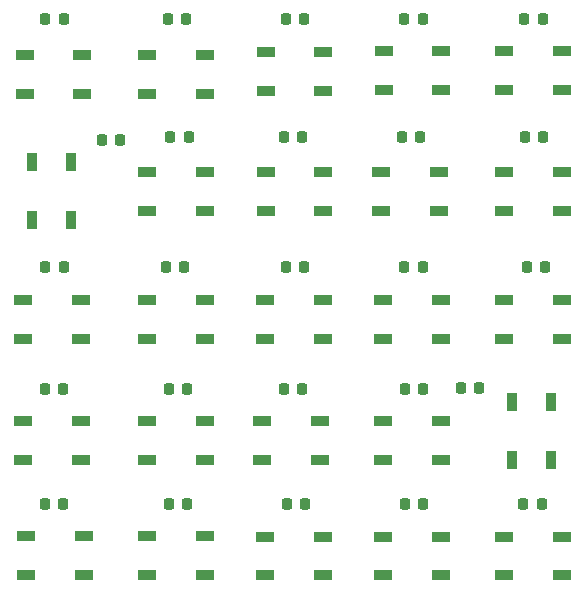
<source format=gbr>
%TF.GenerationSoftware,KiCad,Pcbnew,(7.0.0)*%
%TF.CreationDate,2023-10-03T11:42:16+02:00*%
%TF.ProjectId,Lichten-PCB,4c696368-7465-46e2-9d50-43422e6b6963,rev?*%
%TF.SameCoordinates,Original*%
%TF.FileFunction,Paste,Top*%
%TF.FilePolarity,Positive*%
%FSLAX46Y46*%
G04 Gerber Fmt 4.6, Leading zero omitted, Abs format (unit mm)*
G04 Created by KiCad (PCBNEW (7.0.0)) date 2023-10-03 11:42:16*
%MOMM*%
%LPD*%
G01*
G04 APERTURE LIST*
G04 Aperture macros list*
%AMRoundRect*
0 Rectangle with rounded corners*
0 $1 Rounding radius*
0 $2 $3 $4 $5 $6 $7 $8 $9 X,Y pos of 4 corners*
0 Add a 4 corners polygon primitive as box body*
4,1,4,$2,$3,$4,$5,$6,$7,$8,$9,$2,$3,0*
0 Add four circle primitives for the rounded corners*
1,1,$1+$1,$2,$3*
1,1,$1+$1,$4,$5*
1,1,$1+$1,$6,$7*
1,1,$1+$1,$8,$9*
0 Add four rect primitives between the rounded corners*
20,1,$1+$1,$2,$3,$4,$5,0*
20,1,$1+$1,$4,$5,$6,$7,0*
20,1,$1+$1,$6,$7,$8,$9,0*
20,1,$1+$1,$8,$9,$2,$3,0*%
G04 Aperture macros list end*
%ADD10RoundRect,0.225000X-0.225000X-0.250000X0.225000X-0.250000X0.225000X0.250000X-0.225000X0.250000X0*%
%ADD11R,1.500000X0.900000*%
%ADD12R,0.900000X1.500000*%
G04 APERTURE END LIST*
D10*
%TO.C,C22*%
X154650000Y-73200000D03*
X156200000Y-73200000D03*
%TD*%
D11*
%TO.C,D19*%
X152699999Y-86099999D03*
X152699999Y-89399999D03*
X157599999Y-89399999D03*
X157599999Y-86099999D03*
%TD*%
%TO.C,D18*%
X142899999Y-86099999D03*
X142899999Y-89399999D03*
X147799999Y-89399999D03*
X147799999Y-86099999D03*
%TD*%
%TO.C,D6*%
X122349999Y-107199999D03*
X122349999Y-110499999D03*
X127249999Y-110499999D03*
X127249999Y-107199999D03*
%TD*%
D10*
%TO.C,C8*%
X144450000Y-104500000D03*
X146000000Y-104500000D03*
%TD*%
%TO.C,C19*%
X154450000Y-83200000D03*
X156000000Y-83200000D03*
%TD*%
D11*
%TO.C,D25*%
X122499999Y-76199999D03*
X122499999Y-79499999D03*
X127399999Y-79499999D03*
X127399999Y-76199999D03*
%TD*%
%TO.C,D13*%
X142849999Y-96999999D03*
X142849999Y-100299999D03*
X147749999Y-100299999D03*
X147749999Y-96999999D03*
%TD*%
D10*
%TO.C,C20*%
X164850000Y-83200000D03*
X166400000Y-83200000D03*
%TD*%
D11*
%TO.C,D22*%
X152899999Y-75899999D03*
X152899999Y-79199999D03*
X157799999Y-79199999D03*
X157799999Y-75899999D03*
%TD*%
D10*
%TO.C,C11*%
X165050000Y-94200000D03*
X166600000Y-94200000D03*
%TD*%
D11*
%TO.C,D3*%
X142849999Y-116999999D03*
X142849999Y-120299999D03*
X147749999Y-120299999D03*
X147749999Y-116999999D03*
%TD*%
%TO.C,D21*%
X163099999Y-75899999D03*
X163099999Y-79199999D03*
X167999999Y-79199999D03*
X167999999Y-75899999D03*
%TD*%
%TO.C,D5*%
X122599999Y-116949999D03*
X122599999Y-120249999D03*
X127499999Y-120249999D03*
X127499999Y-116949999D03*
%TD*%
%TO.C,D24*%
X132899999Y-76199999D03*
X132899999Y-79499999D03*
X137799999Y-79499999D03*
X137799999Y-76199999D03*
%TD*%
D10*
%TO.C,C2*%
X154700000Y-114250000D03*
X156250000Y-114250000D03*
%TD*%
D11*
%TO.C,D17*%
X132899999Y-86099999D03*
X132899999Y-89399999D03*
X137799999Y-89399999D03*
X137799999Y-86099999D03*
%TD*%
%TO.C,D12*%
X152849999Y-96999999D03*
X152849999Y-100299999D03*
X157749999Y-100299999D03*
X157749999Y-96999999D03*
%TD*%
D10*
%TO.C,C9*%
X154700000Y-104500000D03*
X156250000Y-104500000D03*
%TD*%
%TO.C,C16*%
X129050000Y-83400000D03*
X130600000Y-83400000D03*
%TD*%
%TO.C,C21*%
X164825000Y-73200000D03*
X166375000Y-73200000D03*
%TD*%
%TO.C,C10*%
X159450000Y-104400000D03*
X161000000Y-104400000D03*
%TD*%
D11*
%TO.C,D8*%
X142599999Y-107199999D03*
X142599999Y-110499999D03*
X147499999Y-110499999D03*
X147499999Y-107199999D03*
%TD*%
D10*
%TO.C,C13*%
X144650000Y-94200000D03*
X146200000Y-94200000D03*
%TD*%
%TO.C,C23*%
X144650000Y-73200000D03*
X146200000Y-73200000D03*
%TD*%
%TO.C,C17*%
X134850000Y-83200000D03*
X136400000Y-83200000D03*
%TD*%
D11*
%TO.C,D2*%
X152849999Y-116999999D03*
X152849999Y-120299999D03*
X157749999Y-120299999D03*
X157749999Y-116999999D03*
%TD*%
D10*
%TO.C,C4*%
X134700000Y-114250000D03*
X136250000Y-114250000D03*
%TD*%
D11*
%TO.C,D9*%
X152849999Y-107199999D03*
X152849999Y-110499999D03*
X157749999Y-110499999D03*
X157749999Y-107199999D03*
%TD*%
D10*
%TO.C,C7*%
X134700000Y-104500000D03*
X136250000Y-104500000D03*
%TD*%
%TO.C,C6*%
X124200000Y-104500000D03*
X125750000Y-104500000D03*
%TD*%
%TO.C,C12*%
X154650000Y-94200000D03*
X156200000Y-94200000D03*
%TD*%
%TO.C,C1*%
X164725000Y-114250000D03*
X166275000Y-114250000D03*
%TD*%
D11*
%TO.C,D14*%
X132849999Y-96949999D03*
X132849999Y-100249999D03*
X137749999Y-100249999D03*
X137749999Y-96949999D03*
%TD*%
%TO.C,D20*%
X163099999Y-86099999D03*
X163099999Y-89399999D03*
X167999999Y-89399999D03*
X167999999Y-86099999D03*
%TD*%
%TO.C,D11*%
X163099999Y-96949999D03*
X163099999Y-100249999D03*
X167999999Y-100249999D03*
X167999999Y-96949999D03*
%TD*%
%TO.C,D15*%
X122349999Y-96999999D03*
X122349999Y-100299999D03*
X127249999Y-100299999D03*
X127249999Y-96999999D03*
%TD*%
D12*
%TO.C,D10*%
X163799999Y-110499999D03*
X167099999Y-110499999D03*
X167099999Y-105599999D03*
X163799999Y-105599999D03*
%TD*%
D11*
%TO.C,D23*%
X142899999Y-75999999D03*
X142899999Y-79299999D03*
X147799999Y-79299999D03*
X147799999Y-75999999D03*
%TD*%
D12*
%TO.C,D16*%
X123099999Y-90199999D03*
X126399999Y-90199999D03*
X126399999Y-85299999D03*
X123099999Y-85299999D03*
%TD*%
D10*
%TO.C,C5*%
X124200000Y-114250000D03*
X125750000Y-114250000D03*
%TD*%
%TO.C,C14*%
X134450000Y-94200000D03*
X136000000Y-94200000D03*
%TD*%
D11*
%TO.C,D4*%
X132849999Y-116949999D03*
X132849999Y-120249999D03*
X137749999Y-120249999D03*
X137749999Y-116949999D03*
%TD*%
D10*
%TO.C,C15*%
X124250000Y-94200000D03*
X125800000Y-94200000D03*
%TD*%
%TO.C,C3*%
X144700000Y-114250000D03*
X146250000Y-114250000D03*
%TD*%
%TO.C,C18*%
X144450000Y-83200000D03*
X146000000Y-83200000D03*
%TD*%
%TO.C,C25*%
X124250000Y-73200000D03*
X125800000Y-73200000D03*
%TD*%
D11*
%TO.C,D7*%
X132849999Y-107199999D03*
X132849999Y-110499999D03*
X137749999Y-110499999D03*
X137749999Y-107199999D03*
%TD*%
%TO.C,D1*%
X163099999Y-116999999D03*
X163099999Y-120299999D03*
X167999999Y-120299999D03*
X167999999Y-116999999D03*
%TD*%
D10*
%TO.C,C24*%
X134650000Y-73200000D03*
X136200000Y-73200000D03*
%TD*%
M02*

</source>
